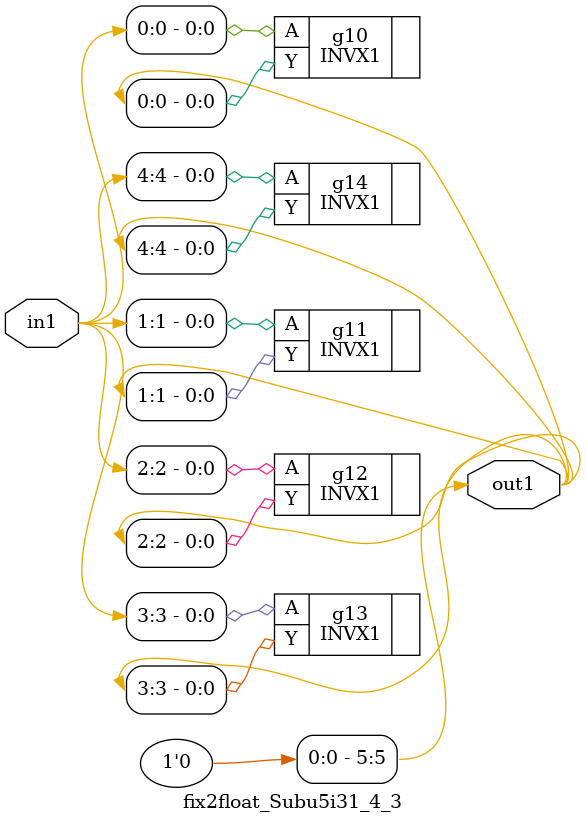
<source format=v>
`timescale 1ps / 1ps


module fix2float_Subu5i31_4_3(in1, out1);
  input [4:0] in1;
  output [5:0] out1;
  wire [4:0] in1;
  wire [5:0] out1;
  assign out1[5] = 1'b0;
  INVX1 g14(.A (in1[4]), .Y (out1[4]));
  INVX1 g13(.A (in1[3]), .Y (out1[3]));
  INVX1 g11(.A (in1[1]), .Y (out1[1]));
  INVX1 g10(.A (in1[0]), .Y (out1[0]));
  INVX1 g12(.A (in1[2]), .Y (out1[2]));
endmodule



</source>
